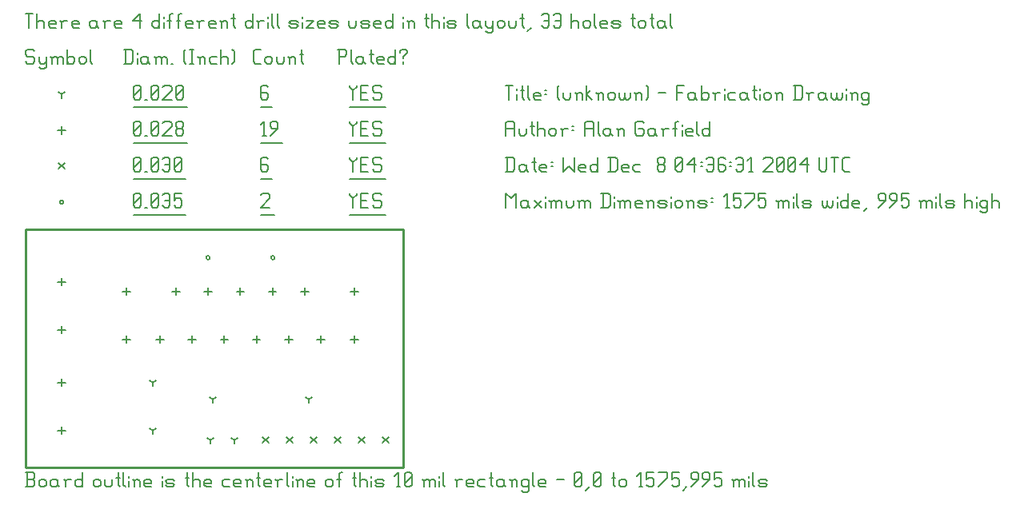
<source format=gbr>
G04 Title: (unknown), Fabrication Drawing *
G04 Creator: pcb-bin 1.99p *
G04 CreationDate: Wed Dec  8 04:36:31 2004 UTC *
G04 For: alan *
G04 Format: Gerber/RS-274X *
G04 PCB-Dimensions: 157500 99500 *
G04 PCB-Coordinate-Origin: lower left *
%MOIN*%
%FSLAX24Y24*%
%IPPOS*%
%ADD11C,0.0400*%
%ADD12R,0.0500X0.0500*%
%ADD13C,0.0500*%
%ADD14C,0.0200*%
%ADD15C,0.0080*%
%ADD16C,0.0800*%
%ADD17C,0.0100*%
%ADD18R,0.0600X0.0600*%
%ADD19C,0.0600*%
%ADD20C,0.0150*%
%ADD21C,0.0110*%
%LNGROUP_1*%
%LPD*%
G01X0Y0D02*
G54D15*X7520Y8750D02*G75*G03X7680Y8750I80J0D01*G01*
G75*G03X7520Y8750I-80J0D01*G01*
X10220D02*G75*G03X10380Y8750I80J0D01*G01*
G75*G03X10220Y8750I-80J0D01*G01*
X1420Y11075D02*G75*G03X1580Y11075I80J0D01*G01*
G75*G03X1420Y11075I-80J0D01*G01*
G04 Text: YES *
X13500Y11450D02*Y11375D01*
X13650Y11225D01*
X13800Y11375D01*
Y11450D02*Y11375D01*
X13650Y11225D02*Y10850D01*
X13980Y11150D02*X14205D01*
X13980Y10850D02*X14280D01*
X13980Y11450D02*Y10850D01*
Y11450D02*X14280D01*
X14760D02*X14835Y11375D01*
X14535Y11450D02*X14760D01*
X14460Y11375D02*X14535Y11450D01*
X14460Y11375D02*Y11225D01*
X14535Y11150D01*
X14760D01*
X14835Y11075D01*
Y10925D01*
X14760Y10850D02*X14835Y10925D01*
X14535Y10850D02*X14760D01*
X14460Y10925D02*X14535Y10850D01*
X13500Y10524D02*X15015D01*
G04 Text: 2 *
X9800Y11375D02*X9875Y11450D01*
X10100D01*
X10175Y11375D01*
Y11225D01*
X9800Y10850D02*X10175Y11225D01*
X9800Y10850D02*X10175D01*
X9800Y10524D02*X10355D01*
G04 Text: 0.035 *
X4500Y10925D02*X4575Y10850D01*
X4500Y11375D02*Y10925D01*
Y11375D02*X4575Y11450D01*
X4725D01*
X4800Y11375D01*
Y10925D01*
X4725Y10850D02*X4800Y10925D01*
X4575Y10850D02*X4725D01*
X4500Y11000D02*X4800Y11300D01*
X4980Y10850D02*X5055D01*
X5235Y10925D02*X5310Y10850D01*
X5235Y11375D02*Y10925D01*
Y11375D02*X5310Y11450D01*
X5460D01*
X5535Y11375D01*
Y10925D01*
X5460Y10850D02*X5535Y10925D01*
X5310Y10850D02*X5460D01*
X5235Y11000D02*X5535Y11300D01*
X5715Y11375D02*X5790Y11450D01*
X5940D01*
X6015Y11375D01*
Y10925D01*
X5940Y10850D02*X6015Y10925D01*
X5790Y10850D02*X5940D01*
X5715Y10925D02*X5790Y10850D01*
Y11150D02*X6015D01*
X6195Y11450D02*X6495D01*
X6195D02*Y11150D01*
X6270Y11225D01*
X6420D01*
X6495Y11150D01*
Y10925D01*
X6420Y10850D02*X6495Y10925D01*
X6270Y10850D02*X6420D01*
X6195Y10925D02*X6270Y10850D01*
X4500Y10524D02*X6675D01*
X9880Y1270D02*X10120Y1030D01*
X9880D02*X10120Y1270D01*
X10880D02*X11120Y1030D01*
X10880D02*X11120Y1270D01*
X11880D02*X12120Y1030D01*
X11880D02*X12120Y1270D01*
X12880D02*X13120Y1030D01*
X12880D02*X13120Y1270D01*
X13880D02*X14120Y1030D01*
X13880D02*X14120Y1270D01*
X14880D02*X15120Y1030D01*
X14880D02*X15120Y1270D01*
X1380Y12695D02*X1620Y12455D01*
X1380D02*X1620Y12695D01*
G04 Text: YES *
X13500Y12950D02*Y12875D01*
X13650Y12725D01*
X13800Y12875D01*
Y12950D02*Y12875D01*
X13650Y12725D02*Y12350D01*
X13980Y12650D02*X14205D01*
X13980Y12350D02*X14280D01*
X13980Y12950D02*Y12350D01*
Y12950D02*X14280D01*
X14760D02*X14835Y12875D01*
X14535Y12950D02*X14760D01*
X14460Y12875D02*X14535Y12950D01*
X14460Y12875D02*Y12725D01*
X14535Y12650D01*
X14760D01*
X14835Y12575D01*
Y12425D01*
X14760Y12350D02*X14835Y12425D01*
X14535Y12350D02*X14760D01*
X14460Y12425D02*X14535Y12350D01*
X13500Y12024D02*X15015D01*
G04 Text: 6 *
X10025Y12950D02*X10100Y12875D01*
X9875Y12950D02*X10025D01*
X9800Y12875D02*X9875Y12950D01*
X9800Y12875D02*Y12425D01*
X9875Y12350D01*
X10025Y12650D02*X10100Y12575D01*
X9800Y12650D02*X10025D01*
X9875Y12350D02*X10025D01*
X10100Y12425D01*
Y12575D02*Y12425D01*
X9800Y12024D02*X10280D01*
G04 Text: 0.030 *
X4500Y12425D02*X4575Y12350D01*
X4500Y12875D02*Y12425D01*
Y12875D02*X4575Y12950D01*
X4725D01*
X4800Y12875D01*
Y12425D01*
X4725Y12350D02*X4800Y12425D01*
X4575Y12350D02*X4725D01*
X4500Y12500D02*X4800Y12800D01*
X4980Y12350D02*X5055D01*
X5235Y12425D02*X5310Y12350D01*
X5235Y12875D02*Y12425D01*
Y12875D02*X5310Y12950D01*
X5460D01*
X5535Y12875D01*
Y12425D01*
X5460Y12350D02*X5535Y12425D01*
X5310Y12350D02*X5460D01*
X5235Y12500D02*X5535Y12800D01*
X5715Y12875D02*X5790Y12950D01*
X5940D01*
X6015Y12875D01*
Y12425D01*
X5940Y12350D02*X6015Y12425D01*
X5790Y12350D02*X5940D01*
X5715Y12425D02*X5790Y12350D01*
Y12650D02*X6015D01*
X6195Y12425D02*X6270Y12350D01*
X6195Y12875D02*Y12425D01*
Y12875D02*X6270Y12950D01*
X6420D01*
X6495Y12875D01*
Y12425D01*
X6420Y12350D02*X6495Y12425D01*
X6270Y12350D02*X6420D01*
X6195Y12500D02*X6495Y12800D01*
X4500Y12024D02*X6675D01*
X1500Y5910D02*Y5590D01*
X1340Y5750D02*X1660D01*
X1500Y7910D02*Y7590D01*
X1340Y7750D02*X1660D01*
X4200Y7510D02*Y7190D01*
X4040Y7350D02*X4360D01*
X4200Y5510D02*Y5190D01*
X4040Y5350D02*X4360D01*
X5600Y5510D02*Y5190D01*
X5440Y5350D02*X5760D01*
X7610Y7510D02*Y7190D01*
X7450Y7350D02*X7770D01*
X10960Y5510D02*Y5190D01*
X10800Y5350D02*X11120D01*
X6270Y7510D02*Y7190D01*
X6110Y7350D02*X6430D01*
X6940Y5510D02*Y5190D01*
X6780Y5350D02*X7100D01*
X10290Y7510D02*Y7190D01*
X10130Y7350D02*X10450D01*
X8950Y7510D02*Y7190D01*
X8790Y7350D02*X9110D01*
X8280Y5510D02*Y5190D01*
X8120Y5350D02*X8440D01*
X11630Y7510D02*Y7190D01*
X11470Y7350D02*X11790D01*
X9620Y5510D02*Y5190D01*
X9460Y5350D02*X9780D01*
X12300Y5510D02*Y5190D01*
X12140Y5350D02*X12460D01*
X13700Y5510D02*Y5190D01*
X13540Y5350D02*X13860D01*
X13700Y7510D02*Y7190D01*
X13540Y7350D02*X13860D01*
X1500Y1710D02*Y1390D01*
X1340Y1550D02*X1660D01*
X1500Y3710D02*Y3390D01*
X1340Y3550D02*X1660D01*
X1500Y14235D02*Y13915D01*
X1340Y14075D02*X1660D01*
G04 Text: YES *
X13500Y14450D02*Y14375D01*
X13650Y14225D01*
X13800Y14375D01*
Y14450D02*Y14375D01*
X13650Y14225D02*Y13850D01*
X13980Y14150D02*X14205D01*
X13980Y13850D02*X14280D01*
X13980Y14450D02*Y13850D01*
Y14450D02*X14280D01*
X14760D02*X14835Y14375D01*
X14535Y14450D02*X14760D01*
X14460Y14375D02*X14535Y14450D01*
X14460Y14375D02*Y14225D01*
X14535Y14150D01*
X14760D01*
X14835Y14075D01*
Y13925D01*
X14760Y13850D02*X14835Y13925D01*
X14535Y13850D02*X14760D01*
X14460Y13925D02*X14535Y13850D01*
X13500Y13524D02*X15015D01*
G04 Text: 19 *
X9875Y13850D02*X10025D01*
X9950Y14450D02*Y13850D01*
X9800Y14300D02*X9950Y14450D01*
X10205Y13850D02*X10505Y14150D01*
Y14375D02*Y14150D01*
X10430Y14450D02*X10505Y14375D01*
X10280Y14450D02*X10430D01*
X10205Y14375D02*X10280Y14450D01*
X10205Y14375D02*Y14225D01*
X10280Y14150D01*
X10505D01*
X9800Y13524D02*X10685D01*
G04 Text: 0.028 *
X4500Y13925D02*X4575Y13850D01*
X4500Y14375D02*Y13925D01*
Y14375D02*X4575Y14450D01*
X4725D01*
X4800Y14375D01*
Y13925D01*
X4725Y13850D02*X4800Y13925D01*
X4575Y13850D02*X4725D01*
X4500Y14000D02*X4800Y14300D01*
X4980Y13850D02*X5055D01*
X5235Y13925D02*X5310Y13850D01*
X5235Y14375D02*Y13925D01*
Y14375D02*X5310Y14450D01*
X5460D01*
X5535Y14375D01*
Y13925D01*
X5460Y13850D02*X5535Y13925D01*
X5310Y13850D02*X5460D01*
X5235Y14000D02*X5535Y14300D01*
X5715Y14375D02*X5790Y14450D01*
X6015D01*
X6090Y14375D01*
Y14225D01*
X5715Y13850D02*X6090Y14225D01*
X5715Y13850D02*X6090D01*
X6270Y13925D02*X6345Y13850D01*
X6270Y14075D02*Y13925D01*
Y14075D02*X6345Y14150D01*
X6495D01*
X6570Y14075D01*
Y13925D01*
X6495Y13850D02*X6570Y13925D01*
X6345Y13850D02*X6495D01*
X6270Y14225D02*X6345Y14150D01*
X6270Y14375D02*Y14225D01*
Y14375D02*X6345Y14450D01*
X6495D01*
X6570Y14375D01*
Y14225D01*
X6495Y14150D02*X6570Y14225D01*
X4500Y13524D02*X6750D01*
X7800Y2850D02*Y2690D01*
Y2850D02*X7938Y2930D01*
X7800Y2850D02*X7661Y2930D01*
X11800Y2850D02*Y2690D01*
Y2850D02*X11938Y2930D01*
X11800Y2850D02*X11661Y2930D01*
X5300Y3550D02*Y3390D01*
Y3550D02*X5438Y3630D01*
X5300Y3550D02*X5161Y3630D01*
X5300Y1550D02*Y1390D01*
Y1550D02*X5438Y1630D01*
X5300Y1550D02*X5161Y1630D01*
X7700Y1150D02*Y990D01*
Y1150D02*X7838Y1230D01*
X7700Y1150D02*X7561Y1230D01*
X8700Y1150D02*Y990D01*
Y1150D02*X8838Y1230D01*
X8700Y1150D02*X8561Y1230D01*
X1500Y15575D02*Y15415D01*
Y15575D02*X1638Y15655D01*
X1500Y15575D02*X1361Y15655D01*
G04 Text: YES *
X13500Y15950D02*Y15875D01*
X13650Y15725D01*
X13800Y15875D01*
Y15950D02*Y15875D01*
X13650Y15725D02*Y15350D01*
X13980Y15650D02*X14205D01*
X13980Y15350D02*X14280D01*
X13980Y15950D02*Y15350D01*
Y15950D02*X14280D01*
X14760D02*X14835Y15875D01*
X14535Y15950D02*X14760D01*
X14460Y15875D02*X14535Y15950D01*
X14460Y15875D02*Y15725D01*
X14535Y15650D01*
X14760D01*
X14835Y15575D01*
Y15425D01*
X14760Y15350D02*X14835Y15425D01*
X14535Y15350D02*X14760D01*
X14460Y15425D02*X14535Y15350D01*
X13500Y15024D02*X15015D01*
G04 Text: 6 *
X10025Y15950D02*X10100Y15875D01*
X9875Y15950D02*X10025D01*
X9800Y15875D02*X9875Y15950D01*
X9800Y15875D02*Y15425D01*
X9875Y15350D01*
X10025Y15650D02*X10100Y15575D01*
X9800Y15650D02*X10025D01*
X9875Y15350D02*X10025D01*
X10100Y15425D01*
Y15575D02*Y15425D01*
X9800Y15024D02*X10280D01*
G04 Text: 0.020 *
X4500Y15425D02*X4575Y15350D01*
X4500Y15875D02*Y15425D01*
Y15875D02*X4575Y15950D01*
X4725D01*
X4800Y15875D01*
Y15425D01*
X4725Y15350D02*X4800Y15425D01*
X4575Y15350D02*X4725D01*
X4500Y15500D02*X4800Y15800D01*
X4980Y15350D02*X5055D01*
X5235Y15425D02*X5310Y15350D01*
X5235Y15875D02*Y15425D01*
Y15875D02*X5310Y15950D01*
X5460D01*
X5535Y15875D01*
Y15425D01*
X5460Y15350D02*X5535Y15425D01*
X5310Y15350D02*X5460D01*
X5235Y15500D02*X5535Y15800D01*
X5715Y15875D02*X5790Y15950D01*
X6015D01*
X6090Y15875D01*
Y15725D01*
X5715Y15350D02*X6090Y15725D01*
X5715Y15350D02*X6090D01*
X6270Y15425D02*X6345Y15350D01*
X6270Y15875D02*Y15425D01*
Y15875D02*X6345Y15950D01*
X6495D01*
X6570Y15875D01*
Y15425D01*
X6495Y15350D02*X6570Y15425D01*
X6345Y15350D02*X6495D01*
X6270Y15500D02*X6570Y15800D01*
X4500Y15024D02*X6750D01*
G04 Text: Symbol *
X300Y17450D02*X375Y17375D01*
X75Y17450D02*X300D01*
X0Y17375D02*X75Y17450D01*
X0Y17375D02*Y17225D01*
X75Y17150D01*
X300D01*
X375Y17075D01*
Y16925D01*
X300Y16850D02*X375Y16925D01*
X75Y16850D02*X300D01*
X0Y16925D02*X75Y16850D01*
X555Y17150D02*Y16925D01*
X630Y16850D01*
X855Y17150D02*Y16700D01*
X780Y16625D02*X855Y16700D01*
X630Y16625D02*X780D01*
X555Y16700D02*X630Y16625D01*
Y16850D02*X780D01*
X855Y16925D01*
X1110Y17075D02*Y16850D01*
Y17075D02*X1185Y17150D01*
X1260D01*
X1335Y17075D01*
Y16850D01*
Y17075D02*X1410Y17150D01*
X1485D01*
X1560Y17075D01*
Y16850D01*
X1035Y17150D02*X1110Y17075D01*
X1740Y17450D02*Y16850D01*
Y16925D02*X1815Y16850D01*
X1965D01*
X2040Y16925D01*
Y17075D02*Y16925D01*
X1965Y17150D02*X2040Y17075D01*
X1815Y17150D02*X1965D01*
X1740Y17075D02*X1815Y17150D01*
X2220Y17075D02*Y16925D01*
Y17075D02*X2295Y17150D01*
X2445D01*
X2520Y17075D01*
Y16925D01*
X2445Y16850D02*X2520Y16925D01*
X2295Y16850D02*X2445D01*
X2220Y16925D02*X2295Y16850D01*
X2700Y17450D02*Y16925D01*
X2775Y16850D01*
G04 Text: Diam. (Inch) *
X4175Y17450D02*Y16850D01*
X4400Y17450D02*X4475Y17375D01*
Y16925D01*
X4400Y16850D02*X4475Y16925D01*
X4100Y16850D02*X4400D01*
X4100Y17450D02*X4400D01*
X4655Y17300D02*Y17225D01*
Y17075D02*Y16850D01*
X5030Y17150D02*X5105Y17075D01*
X4880Y17150D02*X5030D01*
X4805Y17075D02*X4880Y17150D01*
X4805Y17075D02*Y16925D01*
X4880Y16850D01*
X5105Y17150D02*Y16925D01*
X5180Y16850D01*
X4880D02*X5030D01*
X5105Y16925D01*
X5435Y17075D02*Y16850D01*
Y17075D02*X5510Y17150D01*
X5585D01*
X5660Y17075D01*
Y16850D01*
Y17075D02*X5735Y17150D01*
X5810D01*
X5885Y17075D01*
Y16850D01*
X5360Y17150D02*X5435Y17075D01*
X6065Y16850D02*X6140D01*
X6590Y16925D02*X6665Y16850D01*
X6590Y17375D02*X6665Y17450D01*
X6590Y17375D02*Y16925D01*
X6845Y17450D02*X6995D01*
X6920D02*Y16850D01*
X6845D02*X6995D01*
X7251Y17075D02*Y16850D01*
Y17075D02*X7326Y17150D01*
X7401D01*
X7476Y17075D01*
Y16850D01*
X7176Y17150D02*X7251Y17075D01*
X7731Y17150D02*X7956D01*
X7656Y17075D02*X7731Y17150D01*
X7656Y17075D02*Y16925D01*
X7731Y16850D01*
X7956D01*
X8136Y17450D02*Y16850D01*
Y17075D02*X8211Y17150D01*
X8361D01*
X8436Y17075D01*
Y16850D01*
X8616Y17450D02*X8691Y17375D01*
Y16925D01*
X8616Y16850D02*X8691Y16925D01*
G04 Text: Count *
X9575Y16850D02*X9800D01*
X9500Y16925D02*X9575Y16850D01*
X9500Y17375D02*Y16925D01*
Y17375D02*X9575Y17450D01*
X9800D01*
X9980Y17075D02*Y16925D01*
Y17075D02*X10055Y17150D01*
X10205D01*
X10280Y17075D01*
Y16925D01*
X10205Y16850D02*X10280Y16925D01*
X10055Y16850D02*X10205D01*
X9980Y16925D02*X10055Y16850D01*
X10460Y17150D02*Y16925D01*
X10535Y16850D01*
X10685D01*
X10760Y16925D01*
Y17150D02*Y16925D01*
X11015Y17075D02*Y16850D01*
Y17075D02*X11090Y17150D01*
X11165D01*
X11240Y17075D01*
Y16850D01*
X10940Y17150D02*X11015Y17075D01*
X11495Y17450D02*Y16925D01*
X11570Y16850D01*
X11420Y17225D02*X11570D01*
G04 Text: Plated? *
X13075Y17450D02*Y16850D01*
X13000Y17450D02*X13300D01*
X13375Y17375D01*
Y17225D01*
X13300Y17150D02*X13375Y17225D01*
X13075Y17150D02*X13300D01*
X13555Y17450D02*Y16925D01*
X13630Y16850D01*
X14005Y17150D02*X14080Y17075D01*
X13855Y17150D02*X14005D01*
X13780Y17075D02*X13855Y17150D01*
X13780Y17075D02*Y16925D01*
X13855Y16850D01*
X14080Y17150D02*Y16925D01*
X14155Y16850D01*
X13855D02*X14005D01*
X14080Y16925D01*
X14410Y17450D02*Y16925D01*
X14485Y16850D01*
X14335Y17225D02*X14485D01*
X14710Y16850D02*X14935D01*
X14635Y16925D02*X14710Y16850D01*
X14635Y17075D02*Y16925D01*
Y17075D02*X14710Y17150D01*
X14860D01*
X14935Y17075D01*
X14635Y17000D02*X14935D01*
Y17075D02*Y17000D01*
X15415Y17450D02*Y16850D01*
X15340D02*X15415Y16925D01*
X15190Y16850D02*X15340D01*
X15115Y16925D02*X15190Y16850D01*
X15115Y17075D02*Y16925D01*
Y17075D02*X15190Y17150D01*
X15340D01*
X15415Y17075D01*
X15745Y17150D02*Y17075D01*
Y16925D02*Y16850D01*
X15595Y17375D02*Y17300D01*
Y17375D02*X15670Y17450D01*
X15820D01*
X15895Y17375D01*
Y17300D01*
X15745Y17150D02*X15895Y17300D01*
G04 Text: There are 4 different drill sizes used in this layout, 33 holes total *
X0Y18950D02*X300D01*
X150D02*Y18350D01*
X480Y18950D02*Y18350D01*
Y18575D02*X555Y18650D01*
X705D01*
X780Y18575D01*
Y18350D01*
X1035D02*X1260D01*
X960Y18425D02*X1035Y18350D01*
X960Y18575D02*Y18425D01*
Y18575D02*X1035Y18650D01*
X1185D01*
X1260Y18575D01*
X960Y18500D02*X1260D01*
Y18575D02*Y18500D01*
X1515Y18575D02*Y18350D01*
Y18575D02*X1590Y18650D01*
X1740D01*
X1440D02*X1515Y18575D01*
X1995Y18350D02*X2220D01*
X1920Y18425D02*X1995Y18350D01*
X1920Y18575D02*Y18425D01*
Y18575D02*X1995Y18650D01*
X2145D01*
X2220Y18575D01*
X1920Y18500D02*X2220D01*
Y18575D02*Y18500D01*
X2895Y18650D02*X2970Y18575D01*
X2745Y18650D02*X2895D01*
X2670Y18575D02*X2745Y18650D01*
X2670Y18575D02*Y18425D01*
X2745Y18350D01*
X2970Y18650D02*Y18425D01*
X3045Y18350D01*
X2745D02*X2895D01*
X2970Y18425D01*
X3300Y18575D02*Y18350D01*
Y18575D02*X3375Y18650D01*
X3525D01*
X3225D02*X3300Y18575D01*
X3781Y18350D02*X4006D01*
X3706Y18425D02*X3781Y18350D01*
X3706Y18575D02*Y18425D01*
Y18575D02*X3781Y18650D01*
X3931D01*
X4006Y18575D01*
X3706Y18500D02*X4006D01*
Y18575D02*Y18500D01*
X4456Y18650D02*X4756Y18950D01*
X4456Y18650D02*X4831D01*
X4756Y18950D02*Y18350D01*
X5581Y18950D02*Y18350D01*
X5506D02*X5581Y18425D01*
X5356Y18350D02*X5506D01*
X5281Y18425D02*X5356Y18350D01*
X5281Y18575D02*Y18425D01*
Y18575D02*X5356Y18650D01*
X5506D01*
X5581Y18575D01*
X5761Y18800D02*Y18725D01*
Y18575D02*Y18350D01*
X5986Y18875D02*Y18350D01*
Y18875D02*X6061Y18950D01*
X6136D01*
X5911Y18650D02*X6061D01*
X6361Y18875D02*Y18350D01*
Y18875D02*X6436Y18950D01*
X6511D01*
X6286Y18650D02*X6436D01*
X6736Y18350D02*X6961D01*
X6661Y18425D02*X6736Y18350D01*
X6661Y18575D02*Y18425D01*
Y18575D02*X6736Y18650D01*
X6886D01*
X6961Y18575D01*
X6661Y18500D02*X6961D01*
Y18575D02*Y18500D01*
X7217Y18575D02*Y18350D01*
Y18575D02*X7292Y18650D01*
X7442D01*
X7142D02*X7217Y18575D01*
X7697Y18350D02*X7922D01*
X7622Y18425D02*X7697Y18350D01*
X7622Y18575D02*Y18425D01*
Y18575D02*X7697Y18650D01*
X7847D01*
X7922Y18575D01*
X7622Y18500D02*X7922D01*
Y18575D02*Y18500D01*
X8177Y18575D02*Y18350D01*
Y18575D02*X8252Y18650D01*
X8327D01*
X8402Y18575D01*
Y18350D01*
X8102Y18650D02*X8177Y18575D01*
X8657Y18950D02*Y18425D01*
X8732Y18350D01*
X8582Y18725D02*X8732D01*
X9452Y18950D02*Y18350D01*
X9377D02*X9452Y18425D01*
X9227Y18350D02*X9377D01*
X9152Y18425D02*X9227Y18350D01*
X9152Y18575D02*Y18425D01*
Y18575D02*X9227Y18650D01*
X9377D01*
X9452Y18575D01*
X9707D02*Y18350D01*
Y18575D02*X9782Y18650D01*
X9932D01*
X9632D02*X9707Y18575D01*
X10113Y18800D02*Y18725D01*
Y18575D02*Y18350D01*
X10263Y18950D02*Y18425D01*
X10338Y18350D01*
X10488Y18950D02*Y18425D01*
X10563Y18350D01*
X11058D02*X11283D01*
X11358Y18425D01*
X11283Y18500D02*X11358Y18425D01*
X11058Y18500D02*X11283D01*
X10983Y18575D02*X11058Y18500D01*
X10983Y18575D02*X11058Y18650D01*
X11283D01*
X11358Y18575D01*
X10983Y18425D02*X11058Y18350D01*
X11538Y18800D02*Y18725D01*
Y18575D02*Y18350D01*
X11688Y18650D02*X11988D01*
X11688Y18350D02*X11988Y18650D01*
X11688Y18350D02*X11988D01*
X12243D02*X12468D01*
X12168Y18425D02*X12243Y18350D01*
X12168Y18575D02*Y18425D01*
Y18575D02*X12243Y18650D01*
X12393D01*
X12468Y18575D01*
X12168Y18500D02*X12468D01*
Y18575D02*Y18500D01*
X12724Y18350D02*X12949D01*
X13024Y18425D01*
X12949Y18500D02*X13024Y18425D01*
X12724Y18500D02*X12949D01*
X12649Y18575D02*X12724Y18500D01*
X12649Y18575D02*X12724Y18650D01*
X12949D01*
X13024Y18575D01*
X12649Y18425D02*X12724Y18350D01*
X13474Y18650D02*Y18425D01*
X13549Y18350D01*
X13699D01*
X13774Y18425D01*
Y18650D02*Y18425D01*
X14029Y18350D02*X14254D01*
X14329Y18425D01*
X14254Y18500D02*X14329Y18425D01*
X14029Y18500D02*X14254D01*
X13954Y18575D02*X14029Y18500D01*
X13954Y18575D02*X14029Y18650D01*
X14254D01*
X14329Y18575D01*
X13954Y18425D02*X14029Y18350D01*
X14584D02*X14809D01*
X14509Y18425D02*X14584Y18350D01*
X14509Y18575D02*Y18425D01*
Y18575D02*X14584Y18650D01*
X14734D01*
X14809Y18575D01*
X14509Y18500D02*X14809D01*
Y18575D02*Y18500D01*
X15289Y18950D02*Y18350D01*
X15214D02*X15289Y18425D01*
X15064Y18350D02*X15214D01*
X14989Y18425D02*X15064Y18350D01*
X14989Y18575D02*Y18425D01*
Y18575D02*X15064Y18650D01*
X15214D01*
X15289Y18575D01*
X15739Y18800D02*Y18725D01*
Y18575D02*Y18350D01*
X15964Y18575D02*Y18350D01*
Y18575D02*X16039Y18650D01*
X16114D01*
X16189Y18575D01*
Y18350D01*
X15889Y18650D02*X15964Y18575D01*
X16715Y18950D02*Y18425D01*
X16790Y18350D01*
X16640Y18725D02*X16790D01*
X16940Y18950D02*Y18350D01*
Y18575D02*X17015Y18650D01*
X17165D01*
X17240Y18575D01*
Y18350D01*
X17420Y18800D02*Y18725D01*
Y18575D02*Y18350D01*
X17645D02*X17870D01*
X17945Y18425D01*
X17870Y18500D02*X17945Y18425D01*
X17645Y18500D02*X17870D01*
X17570Y18575D02*X17645Y18500D01*
X17570Y18575D02*X17645Y18650D01*
X17870D01*
X17945Y18575D01*
X17570Y18425D02*X17645Y18350D01*
X18395Y18950D02*Y18425D01*
X18470Y18350D01*
X18845Y18650D02*X18920Y18575D01*
X18695Y18650D02*X18845D01*
X18620Y18575D02*X18695Y18650D01*
X18620Y18575D02*Y18425D01*
X18695Y18350D01*
X18920Y18650D02*Y18425D01*
X18995Y18350D01*
X18695D02*X18845D01*
X18920Y18425D01*
X19176Y18650D02*Y18425D01*
X19251Y18350D01*
X19476Y18650D02*Y18200D01*
X19401Y18125D02*X19476Y18200D01*
X19251Y18125D02*X19401D01*
X19176Y18200D02*X19251Y18125D01*
Y18350D02*X19401D01*
X19476Y18425D01*
X19656Y18575D02*Y18425D01*
Y18575D02*X19731Y18650D01*
X19881D01*
X19956Y18575D01*
Y18425D01*
X19881Y18350D02*X19956Y18425D01*
X19731Y18350D02*X19881D01*
X19656Y18425D02*X19731Y18350D01*
X20136Y18650D02*Y18425D01*
X20211Y18350D01*
X20361D01*
X20436Y18425D01*
Y18650D02*Y18425D01*
X20691Y18950D02*Y18425D01*
X20766Y18350D01*
X20616Y18725D02*X20766D01*
X20916Y18200D02*X21066Y18350D01*
X21516Y18875D02*X21591Y18950D01*
X21741D01*
X21816Y18875D01*
Y18425D01*
X21741Y18350D02*X21816Y18425D01*
X21591Y18350D02*X21741D01*
X21516Y18425D02*X21591Y18350D01*
Y18650D02*X21816D01*
X21996Y18875D02*X22071Y18950D01*
X22221D01*
X22296Y18875D01*
Y18425D01*
X22221Y18350D02*X22296Y18425D01*
X22071Y18350D02*X22221D01*
X21996Y18425D02*X22071Y18350D01*
Y18650D02*X22296D01*
X22747Y18950D02*Y18350D01*
Y18575D02*X22822Y18650D01*
X22972D01*
X23047Y18575D01*
Y18350D01*
X23227Y18575D02*Y18425D01*
Y18575D02*X23302Y18650D01*
X23452D01*
X23527Y18575D01*
Y18425D01*
X23452Y18350D02*X23527Y18425D01*
X23302Y18350D02*X23452D01*
X23227Y18425D02*X23302Y18350D01*
X23707Y18950D02*Y18425D01*
X23782Y18350D01*
X24007D02*X24232D01*
X23932Y18425D02*X24007Y18350D01*
X23932Y18575D02*Y18425D01*
Y18575D02*X24007Y18650D01*
X24157D01*
X24232Y18575D01*
X23932Y18500D02*X24232D01*
Y18575D02*Y18500D01*
X24487Y18350D02*X24712D01*
X24787Y18425D01*
X24712Y18500D02*X24787Y18425D01*
X24487Y18500D02*X24712D01*
X24412Y18575D02*X24487Y18500D01*
X24412Y18575D02*X24487Y18650D01*
X24712D01*
X24787Y18575D01*
X24412Y18425D02*X24487Y18350D01*
X25312Y18950D02*Y18425D01*
X25387Y18350D01*
X25237Y18725D02*X25387D01*
X25537Y18575D02*Y18425D01*
Y18575D02*X25612Y18650D01*
X25762D01*
X25837Y18575D01*
Y18425D01*
X25762Y18350D02*X25837Y18425D01*
X25612Y18350D02*X25762D01*
X25537Y18425D02*X25612Y18350D01*
X26093Y18950D02*Y18425D01*
X26168Y18350D01*
X26018Y18725D02*X26168D01*
X26543Y18650D02*X26618Y18575D01*
X26393Y18650D02*X26543D01*
X26318Y18575D02*X26393Y18650D01*
X26318Y18575D02*Y18425D01*
X26393Y18350D01*
X26618Y18650D02*Y18425D01*
X26693Y18350D01*
X26393D02*X26543D01*
X26618Y18425D01*
X26873Y18950D02*Y18425D01*
X26948Y18350D01*
G04 Text: Maximum Dimensions: 1575 mils wide, 995 mils high *
X20000Y11450D02*Y10850D01*
Y11450D02*X20225Y11225D01*
X20450Y11450D01*
Y10850D01*
X20855Y11150D02*X20930Y11075D01*
X20705Y11150D02*X20855D01*
X20630Y11075D02*X20705Y11150D01*
X20630Y11075D02*Y10925D01*
X20705Y10850D01*
X20930Y11150D02*Y10925D01*
X21005Y10850D01*
X20705D02*X20855D01*
X20930Y10925D01*
X21185Y11150D02*X21485Y10850D01*
X21185D02*X21485Y11150D01*
X21665Y11300D02*Y11225D01*
Y11075D02*Y10850D01*
X21890Y11075D02*Y10850D01*
Y11075D02*X21965Y11150D01*
X22040D01*
X22115Y11075D01*
Y10850D01*
Y11075D02*X22190Y11150D01*
X22265D01*
X22340Y11075D01*
Y10850D01*
X21815Y11150D02*X21890Y11075D01*
X22520Y11150D02*Y10925D01*
X22595Y10850D01*
X22745D01*
X22820Y10925D01*
Y11150D02*Y10925D01*
X23075Y11075D02*Y10850D01*
Y11075D02*X23150Y11150D01*
X23225D01*
X23300Y11075D01*
Y10850D01*
Y11075D02*X23375Y11150D01*
X23450D01*
X23525Y11075D01*
Y10850D01*
X23000Y11150D02*X23075Y11075D01*
X24051Y11450D02*Y10850D01*
X24276Y11450D02*X24351Y11375D01*
Y10925D01*
X24276Y10850D02*X24351Y10925D01*
X23976Y10850D02*X24276D01*
X23976Y11450D02*X24276D01*
X24531Y11300D02*Y11225D01*
Y11075D02*Y10850D01*
X24756Y11075D02*Y10850D01*
Y11075D02*X24831Y11150D01*
X24906D01*
X24981Y11075D01*
Y10850D01*
Y11075D02*X25056Y11150D01*
X25131D01*
X25206Y11075D01*
Y10850D01*
X24681Y11150D02*X24756Y11075D01*
X25461Y10850D02*X25686D01*
X25386Y10925D02*X25461Y10850D01*
X25386Y11075D02*Y10925D01*
Y11075D02*X25461Y11150D01*
X25611D01*
X25686Y11075D01*
X25386Y11000D02*X25686D01*
Y11075D02*Y11000D01*
X25941Y11075D02*Y10850D01*
Y11075D02*X26016Y11150D01*
X26091D01*
X26166Y11075D01*
Y10850D01*
X25866Y11150D02*X25941Y11075D01*
X26421Y10850D02*X26646D01*
X26721Y10925D01*
X26646Y11000D02*X26721Y10925D01*
X26421Y11000D02*X26646D01*
X26346Y11075D02*X26421Y11000D01*
X26346Y11075D02*X26421Y11150D01*
X26646D01*
X26721Y11075D01*
X26346Y10925D02*X26421Y10850D01*
X26901Y11300D02*Y11225D01*
Y11075D02*Y10850D01*
X27052Y11075D02*Y10925D01*
Y11075D02*X27127Y11150D01*
X27277D01*
X27352Y11075D01*
Y10925D01*
X27277Y10850D02*X27352Y10925D01*
X27127Y10850D02*X27277D01*
X27052Y10925D02*X27127Y10850D01*
X27607Y11075D02*Y10850D01*
Y11075D02*X27682Y11150D01*
X27757D01*
X27832Y11075D01*
Y10850D01*
X27532Y11150D02*X27607Y11075D01*
X28087Y10850D02*X28312D01*
X28387Y10925D01*
X28312Y11000D02*X28387Y10925D01*
X28087Y11000D02*X28312D01*
X28012Y11075D02*X28087Y11000D01*
X28012Y11075D02*X28087Y11150D01*
X28312D01*
X28387Y11075D01*
X28012Y10925D02*X28087Y10850D01*
X28567Y11225D02*X28642D01*
X28567Y11075D02*X28642D01*
X29167Y10850D02*X29317D01*
X29242Y11450D02*Y10850D01*
X29092Y11300D02*X29242Y11450D01*
X29497D02*X29797D01*
X29497D02*Y11150D01*
X29572Y11225D01*
X29722D01*
X29797Y11150D01*
Y10925D01*
X29722Y10850D02*X29797Y10925D01*
X29572Y10850D02*X29722D01*
X29497Y10925D02*X29572Y10850D01*
X29978D02*X30353Y11225D01*
Y11450D02*Y11225D01*
X29978Y11450D02*X30353D01*
X30533D02*X30833D01*
X30533D02*Y11150D01*
X30608Y11225D01*
X30758D01*
X30833Y11150D01*
Y10925D01*
X30758Y10850D02*X30833Y10925D01*
X30608Y10850D02*X30758D01*
X30533Y10925D02*X30608Y10850D01*
X31358Y11075D02*Y10850D01*
Y11075D02*X31433Y11150D01*
X31508D01*
X31583Y11075D01*
Y10850D01*
Y11075D02*X31658Y11150D01*
X31733D01*
X31808Y11075D01*
Y10850D01*
X31283Y11150D02*X31358Y11075D01*
X31988Y11300D02*Y11225D01*
Y11075D02*Y10850D01*
X32138Y11450D02*Y10925D01*
X32213Y10850D01*
X32438D02*X32663D01*
X32738Y10925D01*
X32663Y11000D02*X32738Y10925D01*
X32438Y11000D02*X32663D01*
X32363Y11075D02*X32438Y11000D01*
X32363Y11075D02*X32438Y11150D01*
X32663D01*
X32738Y11075D01*
X32363Y10925D02*X32438Y10850D01*
X33188Y11150D02*Y10925D01*
X33263Y10850D01*
X33338D01*
X33413Y10925D01*
Y11150D02*Y10925D01*
X33488Y10850D01*
X33563D01*
X33638Y10925D01*
Y11150D02*Y10925D01*
X33819Y11300D02*Y11225D01*
Y11075D02*Y10850D01*
X34269Y11450D02*Y10850D01*
X34194D02*X34269Y10925D01*
X34044Y10850D02*X34194D01*
X33969Y10925D02*X34044Y10850D01*
X33969Y11075D02*Y10925D01*
Y11075D02*X34044Y11150D01*
X34194D01*
X34269Y11075D01*
X34524Y10850D02*X34749D01*
X34449Y10925D02*X34524Y10850D01*
X34449Y11075D02*Y10925D01*
Y11075D02*X34524Y11150D01*
X34674D01*
X34749Y11075D01*
X34449Y11000D02*X34749D01*
Y11075D02*Y11000D01*
X34929Y10700D02*X35079Y10850D01*
X35529D02*X35829Y11150D01*
Y11375D02*Y11150D01*
X35754Y11450D02*X35829Y11375D01*
X35604Y11450D02*X35754D01*
X35529Y11375D02*X35604Y11450D01*
X35529Y11375D02*Y11225D01*
X35604Y11150D01*
X35829D01*
X36009Y10850D02*X36309Y11150D01*
Y11375D02*Y11150D01*
X36234Y11450D02*X36309Y11375D01*
X36084Y11450D02*X36234D01*
X36009Y11375D02*X36084Y11450D01*
X36009Y11375D02*Y11225D01*
X36084Y11150D01*
X36309D01*
X36489Y11450D02*X36789D01*
X36489D02*Y11150D01*
X36564Y11225D01*
X36714D01*
X36789Y11150D01*
Y10925D01*
X36714Y10850D02*X36789Y10925D01*
X36564Y10850D02*X36714D01*
X36489Y10925D02*X36564Y10850D01*
X37315Y11075D02*Y10850D01*
Y11075D02*X37390Y11150D01*
X37465D01*
X37540Y11075D01*
Y10850D01*
Y11075D02*X37615Y11150D01*
X37690D01*
X37765Y11075D01*
Y10850D01*
X37240Y11150D02*X37315Y11075D01*
X37945Y11300D02*Y11225D01*
Y11075D02*Y10850D01*
X38095Y11450D02*Y10925D01*
X38170Y10850D01*
X38395D02*X38620D01*
X38695Y10925D01*
X38620Y11000D02*X38695Y10925D01*
X38395Y11000D02*X38620D01*
X38320Y11075D02*X38395Y11000D01*
X38320Y11075D02*X38395Y11150D01*
X38620D01*
X38695Y11075D01*
X38320Y10925D02*X38395Y10850D01*
X39145Y11450D02*Y10850D01*
Y11075D02*X39220Y11150D01*
X39370D01*
X39445Y11075D01*
Y10850D01*
X39625Y11300D02*Y11225D01*
Y11075D02*Y10850D01*
X40001Y11150D02*X40076Y11075D01*
X39851Y11150D02*X40001D01*
X39776Y11075D02*X39851Y11150D01*
X39776Y11075D02*Y10925D01*
X39851Y10850D01*
X40001D01*
X40076Y10925D01*
X39776Y10700D02*X39851Y10625D01*
X40001D01*
X40076Y10700D01*
Y11150D02*Y10700D01*
X40256Y11450D02*Y10850D01*
Y11075D02*X40331Y11150D01*
X40481D01*
X40556Y11075D01*
Y10850D01*
*G04 Outline ***
G54D17*X0Y0D02*X15750Y0D01*
X15750Y0D02*X15750Y9950D01*
X15750Y9950D02*X0Y9950D01*
X0Y9950D02*X0Y0D01*
G04 Text: Board outline is the centerline of this 10 mil rectangle - 0,0 to 1575,995 mils *
G54D15*Y-800D02*X300D01*
X375Y-725D01*
Y-575D02*Y-725D01*
X300Y-500D02*X375Y-575D01*
X75Y-500D02*X300D01*
X75Y-200D02*Y-800D01*
X0Y-200D02*X300D01*
X375Y-275D01*
Y-425D01*
X300Y-500D02*X375Y-425D01*
X555Y-575D02*Y-725D01*
Y-575D02*X630Y-500D01*
X780D01*
X855Y-575D01*
Y-725D01*
X780Y-800D02*X855Y-725D01*
X630Y-800D02*X780D01*
X555Y-725D02*X630Y-800D01*
X1260Y-500D02*X1335Y-575D01*
X1110Y-500D02*X1260D01*
X1035Y-575D02*X1110Y-500D01*
X1035Y-575D02*Y-725D01*
X1110Y-800D01*
X1335Y-500D02*Y-725D01*
X1410Y-800D01*
X1110D02*X1260D01*
X1335Y-725D01*
X1665Y-575D02*Y-800D01*
Y-575D02*X1740Y-500D01*
X1890D01*
X1590D02*X1665Y-575D01*
X2370Y-200D02*Y-800D01*
X2295D02*X2370Y-725D01*
X2145Y-800D02*X2295D01*
X2070Y-725D02*X2145Y-800D01*
X2070Y-575D02*Y-725D01*
Y-575D02*X2145Y-500D01*
X2295D01*
X2370Y-575D01*
X2820D02*Y-725D01*
Y-575D02*X2895Y-500D01*
X3045D01*
X3120Y-575D01*
Y-725D01*
X3045Y-800D02*X3120Y-725D01*
X2895Y-800D02*X3045D01*
X2820Y-725D02*X2895Y-800D01*
X3300Y-500D02*Y-725D01*
X3375Y-800D01*
X3525D01*
X3600Y-725D01*
Y-500D02*Y-725D01*
X3856Y-200D02*Y-725D01*
X3931Y-800D01*
X3781Y-425D02*X3931D01*
X4081Y-200D02*Y-725D01*
X4156Y-800D01*
X4306Y-350D02*Y-425D01*
Y-575D02*Y-800D01*
X4531Y-575D02*Y-800D01*
Y-575D02*X4606Y-500D01*
X4681D01*
X4756Y-575D01*
Y-800D01*
X4456Y-500D02*X4531Y-575D01*
X5011Y-800D02*X5236D01*
X4936Y-725D02*X5011Y-800D01*
X4936Y-575D02*Y-725D01*
Y-575D02*X5011Y-500D01*
X5161D01*
X5236Y-575D01*
X4936Y-650D02*X5236D01*
Y-575D02*Y-650D01*
X5686Y-350D02*Y-425D01*
Y-575D02*Y-800D01*
X5911D02*X6136D01*
X6211Y-725D01*
X6136Y-650D02*X6211Y-725D01*
X5911Y-650D02*X6136D01*
X5836Y-575D02*X5911Y-650D01*
X5836Y-575D02*X5911Y-500D01*
X6136D01*
X6211Y-575D01*
X5836Y-725D02*X5911Y-800D01*
X6737Y-200D02*Y-725D01*
X6812Y-800D01*
X6662Y-425D02*X6812D01*
X6962Y-200D02*Y-800D01*
Y-575D02*X7037Y-500D01*
X7187D01*
X7262Y-575D01*
Y-800D01*
X7517D02*X7742D01*
X7442Y-725D02*X7517Y-800D01*
X7442Y-575D02*Y-725D01*
Y-575D02*X7517Y-500D01*
X7667D01*
X7742Y-575D01*
X7442Y-650D02*X7742D01*
Y-575D02*Y-650D01*
X8267Y-500D02*X8492D01*
X8192Y-575D02*X8267Y-500D01*
X8192Y-575D02*Y-725D01*
X8267Y-800D01*
X8492D01*
X8747D02*X8972D01*
X8672Y-725D02*X8747Y-800D01*
X8672Y-575D02*Y-725D01*
Y-575D02*X8747Y-500D01*
X8897D01*
X8972Y-575D01*
X8672Y-650D02*X8972D01*
Y-575D02*Y-650D01*
X9227Y-575D02*Y-800D01*
Y-575D02*X9302Y-500D01*
X9377D01*
X9452Y-575D01*
Y-800D01*
X9152Y-500D02*X9227Y-575D01*
X9708Y-200D02*Y-725D01*
X9783Y-800D01*
X9633Y-425D02*X9783D01*
X10008Y-800D02*X10233D01*
X9933Y-725D02*X10008Y-800D01*
X9933Y-575D02*Y-725D01*
Y-575D02*X10008Y-500D01*
X10158D01*
X10233Y-575D01*
X9933Y-650D02*X10233D01*
Y-575D02*Y-650D01*
X10488Y-575D02*Y-800D01*
Y-575D02*X10563Y-500D01*
X10713D01*
X10413D02*X10488Y-575D01*
X10893Y-200D02*Y-725D01*
X10968Y-800D01*
X11118Y-350D02*Y-425D01*
Y-575D02*Y-800D01*
X11343Y-575D02*Y-800D01*
Y-575D02*X11418Y-500D01*
X11493D01*
X11568Y-575D01*
Y-800D01*
X11268Y-500D02*X11343Y-575D01*
X11823Y-800D02*X12048D01*
X11748Y-725D02*X11823Y-800D01*
X11748Y-575D02*Y-725D01*
Y-575D02*X11823Y-500D01*
X11973D01*
X12048Y-575D01*
X11748Y-650D02*X12048D01*
Y-575D02*Y-650D01*
X12499Y-575D02*Y-725D01*
Y-575D02*X12574Y-500D01*
X12724D01*
X12799Y-575D01*
Y-725D01*
X12724Y-800D02*X12799Y-725D01*
X12574Y-800D02*X12724D01*
X12499Y-725D02*X12574Y-800D01*
X13054Y-275D02*Y-800D01*
Y-275D02*X13129Y-200D01*
X13204D01*
X12979Y-500D02*X13129D01*
X13699Y-200D02*Y-725D01*
X13774Y-800D01*
X13624Y-425D02*X13774D01*
X13924Y-200D02*Y-800D01*
Y-575D02*X13999Y-500D01*
X14149D01*
X14224Y-575D01*
Y-800D01*
X14404Y-350D02*Y-425D01*
Y-575D02*Y-800D01*
X14629D02*X14854D01*
X14929Y-725D01*
X14854Y-650D02*X14929Y-725D01*
X14629Y-650D02*X14854D01*
X14554Y-575D02*X14629Y-650D01*
X14554Y-575D02*X14629Y-500D01*
X14854D01*
X14929Y-575D01*
X14554Y-725D02*X14629Y-800D01*
X15454D02*X15604D01*
X15529Y-200D02*Y-800D01*
X15379Y-350D02*X15529Y-200D01*
X15785Y-725D02*X15860Y-800D01*
X15785Y-275D02*Y-725D01*
Y-275D02*X15860Y-200D01*
X16010D01*
X16085Y-275D01*
Y-725D01*
X16010Y-800D02*X16085Y-725D01*
X15860Y-800D02*X16010D01*
X15785Y-650D02*X16085Y-350D01*
X16610Y-575D02*Y-800D01*
Y-575D02*X16685Y-500D01*
X16760D01*
X16835Y-575D01*
Y-800D01*
Y-575D02*X16910Y-500D01*
X16985D01*
X17060Y-575D01*
Y-800D01*
X16535Y-500D02*X16610Y-575D01*
X17240Y-350D02*Y-425D01*
Y-575D02*Y-800D01*
X17390Y-200D02*Y-725D01*
X17465Y-800D01*
X17960Y-575D02*Y-800D01*
Y-575D02*X18035Y-500D01*
X18185D01*
X17885D02*X17960Y-575D01*
X18440Y-800D02*X18665D01*
X18365Y-725D02*X18440Y-800D01*
X18365Y-575D02*Y-725D01*
Y-575D02*X18440Y-500D01*
X18590D01*
X18665Y-575D01*
X18365Y-650D02*X18665D01*
Y-575D02*Y-650D01*
X18921Y-500D02*X19146D01*
X18846Y-575D02*X18921Y-500D01*
X18846Y-575D02*Y-725D01*
X18921Y-800D01*
X19146D01*
X19401Y-200D02*Y-725D01*
X19476Y-800D01*
X19326Y-425D02*X19476D01*
X19851Y-500D02*X19926Y-575D01*
X19701Y-500D02*X19851D01*
X19626Y-575D02*X19701Y-500D01*
X19626Y-575D02*Y-725D01*
X19701Y-800D01*
X19926Y-500D02*Y-725D01*
X20001Y-800D01*
X19701D02*X19851D01*
X19926Y-725D01*
X20256Y-575D02*Y-800D01*
Y-575D02*X20331Y-500D01*
X20406D01*
X20481Y-575D01*
Y-800D01*
X20181Y-500D02*X20256Y-575D01*
X20886Y-500D02*X20961Y-575D01*
X20736Y-500D02*X20886D01*
X20661Y-575D02*X20736Y-500D01*
X20661Y-575D02*Y-725D01*
X20736Y-800D01*
X20886D01*
X20961Y-725D01*
X20661Y-950D02*X20736Y-1025D01*
X20886D01*
X20961Y-950D01*
Y-500D02*Y-950D01*
X21141Y-200D02*Y-725D01*
X21216Y-800D01*
X21441D02*X21666D01*
X21366Y-725D02*X21441Y-800D01*
X21366Y-575D02*Y-725D01*
Y-575D02*X21441Y-500D01*
X21591D01*
X21666Y-575D01*
X21366Y-650D02*X21666D01*
Y-575D02*Y-650D01*
X22117Y-500D02*X22417D01*
X22867Y-725D02*X22942Y-800D01*
X22867Y-275D02*Y-725D01*
Y-275D02*X22942Y-200D01*
X23092D01*
X23167Y-275D01*
Y-725D01*
X23092Y-800D02*X23167Y-725D01*
X22942Y-800D02*X23092D01*
X22867Y-650D02*X23167Y-350D01*
X23347Y-950D02*X23497Y-800D01*
X23677Y-725D02*X23752Y-800D01*
X23677Y-275D02*Y-725D01*
Y-275D02*X23752Y-200D01*
X23902D01*
X23977Y-275D01*
Y-725D01*
X23902Y-800D02*X23977Y-725D01*
X23752Y-800D02*X23902D01*
X23677Y-650D02*X23977Y-350D01*
X24502Y-200D02*Y-725D01*
X24577Y-800D01*
X24427Y-425D02*X24577D01*
X24727Y-575D02*Y-725D01*
Y-575D02*X24802Y-500D01*
X24952D01*
X25027Y-575D01*
Y-725D01*
X24952Y-800D02*X25027Y-725D01*
X24802Y-800D02*X24952D01*
X24727Y-725D02*X24802Y-800D01*
X25552D02*X25702D01*
X25627Y-200D02*Y-800D01*
X25477Y-350D02*X25627Y-200D01*
X25883D02*X26183D01*
X25883D02*Y-500D01*
X25958Y-425D01*
X26108D01*
X26183Y-500D01*
Y-725D01*
X26108Y-800D02*X26183Y-725D01*
X25958Y-800D02*X26108D01*
X25883Y-725D02*X25958Y-800D01*
X26363D02*X26738Y-425D01*
Y-200D02*Y-425D01*
X26363Y-200D02*X26738D01*
X26918D02*X27218D01*
X26918D02*Y-500D01*
X26993Y-425D01*
X27143D01*
X27218Y-500D01*
Y-725D01*
X27143Y-800D02*X27218Y-725D01*
X26993Y-800D02*X27143D01*
X26918Y-725D02*X26993Y-800D01*
X27398Y-950D02*X27548Y-800D01*
X27728D02*X28028Y-500D01*
Y-275D02*Y-500D01*
X27953Y-200D02*X28028Y-275D01*
X27803Y-200D02*X27953D01*
X27728Y-275D02*X27803Y-200D01*
X27728Y-275D02*Y-425D01*
X27803Y-500D01*
X28028D01*
X28208Y-800D02*X28508Y-500D01*
Y-275D02*Y-500D01*
X28433Y-200D02*X28508Y-275D01*
X28283Y-200D02*X28433D01*
X28208Y-275D02*X28283Y-200D01*
X28208Y-275D02*Y-425D01*
X28283Y-500D01*
X28508D01*
X28689Y-200D02*X28989D01*
X28689D02*Y-500D01*
X28764Y-425D01*
X28914D01*
X28989Y-500D01*
Y-725D01*
X28914Y-800D02*X28989Y-725D01*
X28764Y-800D02*X28914D01*
X28689Y-725D02*X28764Y-800D01*
X29514Y-575D02*Y-800D01*
Y-575D02*X29589Y-500D01*
X29664D01*
X29739Y-575D01*
Y-800D01*
Y-575D02*X29814Y-500D01*
X29889D01*
X29964Y-575D01*
Y-800D01*
X29439Y-500D02*X29514Y-575D01*
X30144Y-350D02*Y-425D01*
Y-575D02*Y-800D01*
X30294Y-200D02*Y-725D01*
X30369Y-800D01*
X30594D02*X30819D01*
X30894Y-725D01*
X30819Y-650D02*X30894Y-725D01*
X30594Y-650D02*X30819D01*
X30519Y-575D02*X30594Y-650D01*
X30519Y-575D02*X30594Y-500D01*
X30819D01*
X30894Y-575D01*
X30519Y-725D02*X30594Y-800D01*
G04 Text: Date: Wed Dec  8 04:36:31 2004 UTC *
X20075Y12950D02*Y12350D01*
X20300Y12950D02*X20375Y12875D01*
Y12425D01*
X20300Y12350D02*X20375Y12425D01*
X20000Y12350D02*X20300D01*
X20000Y12950D02*X20300D01*
X20780Y12650D02*X20855Y12575D01*
X20630Y12650D02*X20780D01*
X20555Y12575D02*X20630Y12650D01*
X20555Y12575D02*Y12425D01*
X20630Y12350D01*
X20855Y12650D02*Y12425D01*
X20930Y12350D01*
X20630D02*X20780D01*
X20855Y12425D01*
X21185Y12950D02*Y12425D01*
X21260Y12350D01*
X21110Y12725D02*X21260D01*
X21485Y12350D02*X21710D01*
X21410Y12425D02*X21485Y12350D01*
X21410Y12575D02*Y12425D01*
Y12575D02*X21485Y12650D01*
X21635D01*
X21710Y12575D01*
X21410Y12500D02*X21710D01*
Y12575D02*Y12500D01*
X21890Y12725D02*X21965D01*
X21890Y12575D02*X21965D01*
X22415Y12950D02*Y12350D01*
X22640Y12575D01*
X22865Y12350D01*
Y12950D02*Y12350D01*
X23120D02*X23345D01*
X23045Y12425D02*X23120Y12350D01*
X23045Y12575D02*Y12425D01*
Y12575D02*X23120Y12650D01*
X23270D01*
X23345Y12575D01*
X23045Y12500D02*X23345D01*
Y12575D02*Y12500D01*
X23826Y12950D02*Y12350D01*
X23751D02*X23826Y12425D01*
X23601Y12350D02*X23751D01*
X23526Y12425D02*X23601Y12350D01*
X23526Y12575D02*Y12425D01*
Y12575D02*X23601Y12650D01*
X23751D01*
X23826Y12575D01*
X24351Y12950D02*Y12350D01*
X24576Y12950D02*X24651Y12875D01*
Y12425D01*
X24576Y12350D02*X24651Y12425D01*
X24276Y12350D02*X24576D01*
X24276Y12950D02*X24576D01*
X24906Y12350D02*X25131D01*
X24831Y12425D02*X24906Y12350D01*
X24831Y12575D02*Y12425D01*
Y12575D02*X24906Y12650D01*
X25056D01*
X25131Y12575D01*
X24831Y12500D02*X25131D01*
Y12575D02*Y12500D01*
X25386Y12650D02*X25611D01*
X25311Y12575D02*X25386Y12650D01*
X25311Y12575D02*Y12425D01*
X25386Y12350D01*
X25611D01*
X26331Y12425D02*X26406Y12350D01*
X26331Y12575D02*Y12425D01*
Y12575D02*X26406Y12650D01*
X26556D01*
X26631Y12575D01*
Y12425D01*
X26556Y12350D02*X26631Y12425D01*
X26406Y12350D02*X26556D01*
X26331Y12725D02*X26406Y12650D01*
X26331Y12875D02*Y12725D01*
Y12875D02*X26406Y12950D01*
X26556D01*
X26631Y12875D01*
Y12725D01*
X26556Y12650D02*X26631Y12725D01*
X27081Y12425D02*X27156Y12350D01*
X27081Y12875D02*Y12425D01*
Y12875D02*X27156Y12950D01*
X27306D01*
X27381Y12875D01*
Y12425D01*
X27306Y12350D02*X27381Y12425D01*
X27156Y12350D02*X27306D01*
X27081Y12500D02*X27381Y12800D01*
X27561Y12650D02*X27861Y12950D01*
X27561Y12650D02*X27936D01*
X27861Y12950D02*Y12350D01*
X28117Y12725D02*X28192D01*
X28117Y12575D02*X28192D01*
X28372Y12875D02*X28447Y12950D01*
X28597D01*
X28672Y12875D01*
Y12425D01*
X28597Y12350D02*X28672Y12425D01*
X28447Y12350D02*X28597D01*
X28372Y12425D02*X28447Y12350D01*
Y12650D02*X28672D01*
X29077Y12950D02*X29152Y12875D01*
X28927Y12950D02*X29077D01*
X28852Y12875D02*X28927Y12950D01*
X28852Y12875D02*Y12425D01*
X28927Y12350D01*
X29077Y12650D02*X29152Y12575D01*
X28852Y12650D02*X29077D01*
X28927Y12350D02*X29077D01*
X29152Y12425D01*
Y12575D02*Y12425D01*
X29332Y12725D02*X29407D01*
X29332Y12575D02*X29407D01*
X29587Y12875D02*X29662Y12950D01*
X29812D01*
X29887Y12875D01*
Y12425D01*
X29812Y12350D02*X29887Y12425D01*
X29662Y12350D02*X29812D01*
X29587Y12425D02*X29662Y12350D01*
Y12650D02*X29887D01*
X30142Y12350D02*X30292D01*
X30217Y12950D02*Y12350D01*
X30067Y12800D02*X30217Y12950D01*
X30743Y12875D02*X30818Y12950D01*
X31043D01*
X31118Y12875D01*
Y12725D01*
X30743Y12350D02*X31118Y12725D01*
X30743Y12350D02*X31118D01*
X31298Y12425D02*X31373Y12350D01*
X31298Y12875D02*Y12425D01*
Y12875D02*X31373Y12950D01*
X31523D01*
X31598Y12875D01*
Y12425D01*
X31523Y12350D02*X31598Y12425D01*
X31373Y12350D02*X31523D01*
X31298Y12500D02*X31598Y12800D01*
X31778Y12425D02*X31853Y12350D01*
X31778Y12875D02*Y12425D01*
Y12875D02*X31853Y12950D01*
X32003D01*
X32078Y12875D01*
Y12425D01*
X32003Y12350D02*X32078Y12425D01*
X31853Y12350D02*X32003D01*
X31778Y12500D02*X32078Y12800D01*
X32258Y12650D02*X32558Y12950D01*
X32258Y12650D02*X32633D01*
X32558Y12950D02*Y12350D01*
X33083Y12950D02*Y12425D01*
X33158Y12350D01*
X33308D01*
X33383Y12425D01*
Y12950D02*Y12425D01*
X33563Y12950D02*X33863D01*
X33713D02*Y12350D01*
X34118D02*X34343D01*
X34043Y12425D02*X34118Y12350D01*
X34043Y12875D02*Y12425D01*
Y12875D02*X34118Y12950D01*
X34343D01*
G04 Text: Author: Alan Garfield *
X20000Y14375D02*Y13850D01*
Y14375D02*X20075Y14450D01*
X20300D01*
X20375Y14375D01*
Y13850D01*
X20000Y14150D02*X20375D01*
X20555D02*Y13925D01*
X20630Y13850D01*
X20780D01*
X20855Y13925D01*
Y14150D02*Y13925D01*
X21110Y14450D02*Y13925D01*
X21185Y13850D01*
X21035Y14225D02*X21185D01*
X21335Y14450D02*Y13850D01*
Y14075D02*X21410Y14150D01*
X21560D01*
X21635Y14075D01*
Y13850D01*
X21815Y14075D02*Y13925D01*
Y14075D02*X21890Y14150D01*
X22040D01*
X22115Y14075D01*
Y13925D01*
X22040Y13850D02*X22115Y13925D01*
X21890Y13850D02*X22040D01*
X21815Y13925D02*X21890Y13850D01*
X22370Y14075D02*Y13850D01*
Y14075D02*X22445Y14150D01*
X22595D01*
X22295D02*X22370Y14075D01*
X22775Y14225D02*X22850D01*
X22775Y14075D02*X22850D01*
X23301Y14375D02*Y13850D01*
Y14375D02*X23376Y14450D01*
X23601D01*
X23676Y14375D01*
Y13850D01*
X23301Y14150D02*X23676D01*
X23856Y14450D02*Y13925D01*
X23931Y13850D01*
X24306Y14150D02*X24381Y14075D01*
X24156Y14150D02*X24306D01*
X24081Y14075D02*X24156Y14150D01*
X24081Y14075D02*Y13925D01*
X24156Y13850D01*
X24381Y14150D02*Y13925D01*
X24456Y13850D01*
X24156D02*X24306D01*
X24381Y13925D01*
X24711Y14075D02*Y13850D01*
Y14075D02*X24786Y14150D01*
X24861D01*
X24936Y14075D01*
Y13850D01*
X24636Y14150D02*X24711Y14075D01*
X25686Y14450D02*X25761Y14375D01*
X25461Y14450D02*X25686D01*
X25386Y14375D02*X25461Y14450D01*
X25386Y14375D02*Y13925D01*
X25461Y13850D01*
X25686D01*
X25761Y13925D01*
Y14075D02*Y13925D01*
X25686Y14150D02*X25761Y14075D01*
X25536Y14150D02*X25686D01*
X26166D02*X26241Y14075D01*
X26016Y14150D02*X26166D01*
X25941Y14075D02*X26016Y14150D01*
X25941Y14075D02*Y13925D01*
X26016Y13850D01*
X26241Y14150D02*Y13925D01*
X26316Y13850D01*
X26016D02*X26166D01*
X26241Y13925D01*
X26571Y14075D02*Y13850D01*
Y14075D02*X26646Y14150D01*
X26796D01*
X26496D02*X26571Y14075D01*
X27052Y14375D02*Y13850D01*
Y14375D02*X27127Y14450D01*
X27202D01*
X26977Y14150D02*X27127D01*
X27352Y14300D02*Y14225D01*
Y14075D02*Y13850D01*
X27577D02*X27802D01*
X27502Y13925D02*X27577Y13850D01*
X27502Y14075D02*Y13925D01*
Y14075D02*X27577Y14150D01*
X27727D01*
X27802Y14075D01*
X27502Y14000D02*X27802D01*
Y14075D02*Y14000D01*
X27982Y14450D02*Y13925D01*
X28057Y13850D01*
X28507Y14450D02*Y13850D01*
X28432D02*X28507Y13925D01*
X28282Y13850D02*X28432D01*
X28207Y13925D02*X28282Y13850D01*
X28207Y14075D02*Y13925D01*
Y14075D02*X28282Y14150D01*
X28432D01*
X28507Y14075D01*
G04 Text: Title: (unknown) - Fabrication Drawing *
X20000Y15950D02*X20300D01*
X20150D02*Y15350D01*
X20480Y15800D02*Y15725D01*
Y15575D02*Y15350D01*
X20705Y15950D02*Y15425D01*
X20780Y15350D01*
X20630Y15725D02*X20780D01*
X20930Y15950D02*Y15425D01*
X21005Y15350D01*
X21230D02*X21455D01*
X21155Y15425D02*X21230Y15350D01*
X21155Y15575D02*Y15425D01*
Y15575D02*X21230Y15650D01*
X21380D01*
X21455Y15575D01*
X21155Y15500D02*X21455D01*
Y15575D02*Y15500D01*
X21635Y15725D02*X21710D01*
X21635Y15575D02*X21710D01*
X22160Y15425D02*X22235Y15350D01*
X22160Y15875D02*X22235Y15950D01*
X22160Y15875D02*Y15425D01*
X22416Y15650D02*Y15425D01*
X22491Y15350D01*
X22641D01*
X22716Y15425D01*
Y15650D02*Y15425D01*
X22971Y15575D02*Y15350D01*
Y15575D02*X23046Y15650D01*
X23121D01*
X23196Y15575D01*
Y15350D01*
X22896Y15650D02*X22971Y15575D01*
X23376Y15950D02*Y15350D01*
Y15575D02*X23601Y15350D01*
X23376Y15575D02*X23526Y15725D01*
X23856Y15575D02*Y15350D01*
Y15575D02*X23931Y15650D01*
X24006D01*
X24081Y15575D01*
Y15350D01*
X23781Y15650D02*X23856Y15575D01*
X24261D02*Y15425D01*
Y15575D02*X24336Y15650D01*
X24486D01*
X24561Y15575D01*
Y15425D01*
X24486Y15350D02*X24561Y15425D01*
X24336Y15350D02*X24486D01*
X24261Y15425D02*X24336Y15350D01*
X24741Y15650D02*Y15425D01*
X24816Y15350D01*
X24891D01*
X24966Y15425D01*
Y15650D02*Y15425D01*
X25041Y15350D01*
X25116D01*
X25191Y15425D01*
Y15650D02*Y15425D01*
X25446Y15575D02*Y15350D01*
Y15575D02*X25521Y15650D01*
X25596D01*
X25671Y15575D01*
Y15350D01*
X25371Y15650D02*X25446Y15575D01*
X25852Y15950D02*X25927Y15875D01*
Y15425D01*
X25852Y15350D02*X25927Y15425D01*
X26377Y15650D02*X26677D01*
X27127Y15950D02*Y15350D01*
Y15950D02*X27427D01*
X27127Y15650D02*X27352D01*
X27832D02*X27907Y15575D01*
X27682Y15650D02*X27832D01*
X27607Y15575D02*X27682Y15650D01*
X27607Y15575D02*Y15425D01*
X27682Y15350D01*
X27907Y15650D02*Y15425D01*
X27982Y15350D01*
X27682D02*X27832D01*
X27907Y15425D01*
X28162Y15950D02*Y15350D01*
Y15425D02*X28237Y15350D01*
X28387D01*
X28462Y15425D01*
Y15575D02*Y15425D01*
X28387Y15650D02*X28462Y15575D01*
X28237Y15650D02*X28387D01*
X28162Y15575D02*X28237Y15650D01*
X28717Y15575D02*Y15350D01*
Y15575D02*X28792Y15650D01*
X28942D01*
X28642D02*X28717Y15575D01*
X29123Y15800D02*Y15725D01*
Y15575D02*Y15350D01*
X29348Y15650D02*X29573D01*
X29273Y15575D02*X29348Y15650D01*
X29273Y15575D02*Y15425D01*
X29348Y15350D01*
X29573D01*
X29978Y15650D02*X30053Y15575D01*
X29828Y15650D02*X29978D01*
X29753Y15575D02*X29828Y15650D01*
X29753Y15575D02*Y15425D01*
X29828Y15350D01*
X30053Y15650D02*Y15425D01*
X30128Y15350D01*
X29828D02*X29978D01*
X30053Y15425D01*
X30383Y15950D02*Y15425D01*
X30458Y15350D01*
X30308Y15725D02*X30458D01*
X30608Y15800D02*Y15725D01*
Y15575D02*Y15350D01*
X30758Y15575D02*Y15425D01*
Y15575D02*X30833Y15650D01*
X30983D01*
X31058Y15575D01*
Y15425D01*
X30983Y15350D02*X31058Y15425D01*
X30833Y15350D02*X30983D01*
X30758Y15425D02*X30833Y15350D01*
X31313Y15575D02*Y15350D01*
Y15575D02*X31388Y15650D01*
X31463D01*
X31538Y15575D01*
Y15350D01*
X31238Y15650D02*X31313Y15575D01*
X32064Y15950D02*Y15350D01*
X32289Y15950D02*X32364Y15875D01*
Y15425D01*
X32289Y15350D02*X32364Y15425D01*
X31989Y15350D02*X32289D01*
X31989Y15950D02*X32289D01*
X32619Y15575D02*Y15350D01*
Y15575D02*X32694Y15650D01*
X32844D01*
X32544D02*X32619Y15575D01*
X33249Y15650D02*X33324Y15575D01*
X33099Y15650D02*X33249D01*
X33024Y15575D02*X33099Y15650D01*
X33024Y15575D02*Y15425D01*
X33099Y15350D01*
X33324Y15650D02*Y15425D01*
X33399Y15350D01*
X33099D02*X33249D01*
X33324Y15425D01*
X33579Y15650D02*Y15425D01*
X33654Y15350D01*
X33729D01*
X33804Y15425D01*
Y15650D02*Y15425D01*
X33879Y15350D01*
X33954D01*
X34029Y15425D01*
Y15650D02*Y15425D01*
X34209Y15800D02*Y15725D01*
Y15575D02*Y15350D01*
X34434Y15575D02*Y15350D01*
Y15575D02*X34509Y15650D01*
X34584D01*
X34659Y15575D01*
Y15350D01*
X34359Y15650D02*X34434Y15575D01*
X35064Y15650D02*X35139Y15575D01*
X34914Y15650D02*X35064D01*
X34839Y15575D02*X34914Y15650D01*
X34839Y15575D02*Y15425D01*
X34914Y15350D01*
X35064D01*
X35139Y15425D01*
X34839Y15200D02*X34914Y15125D01*
X35064D01*
X35139Y15200D01*
Y15650D02*Y15200D01*
M02*

</source>
